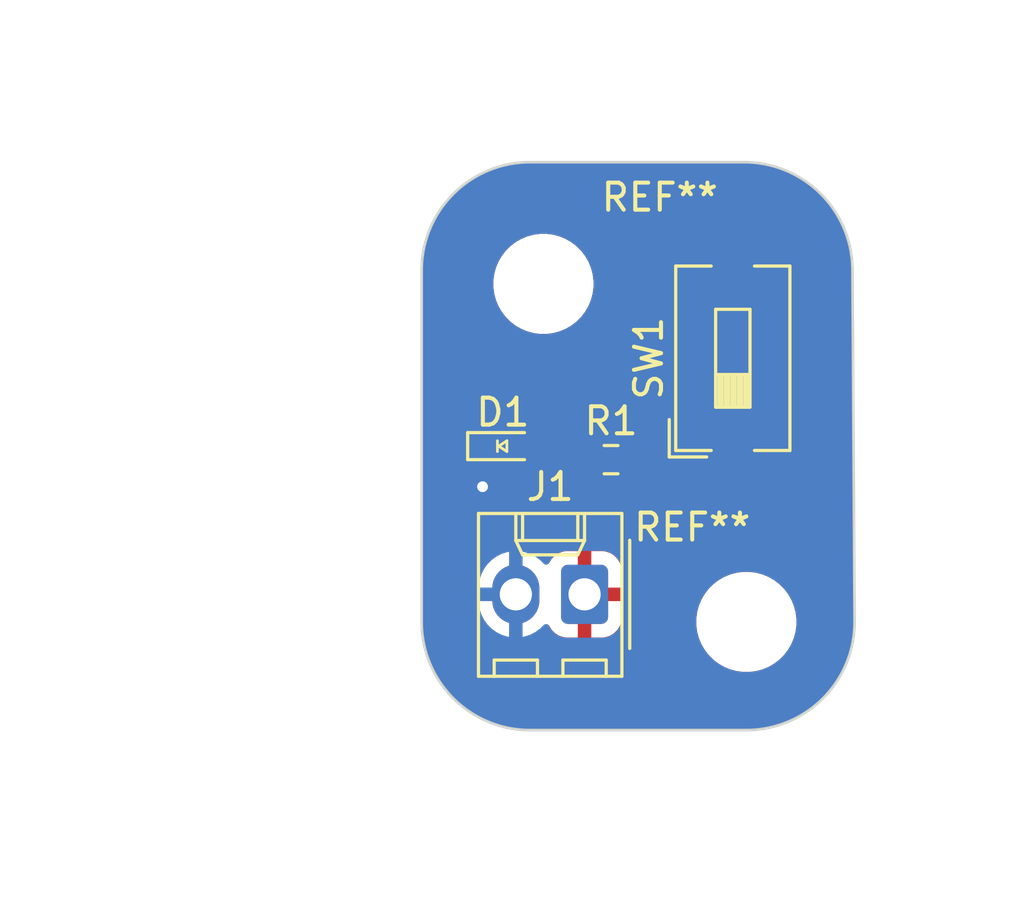
<source format=kicad_pcb>
(kicad_pcb (version 20240108) (generator "pcbnew") (generator_version "8.0")
  (title_block (title "prog1") (date "2024-09-29") (rev "0.0") (company "Illini Solar Car") (comment 1 "Designed By: Arthur"))
  (layers (0 "F.Cu" signal) (31 "B.Cu" signal) (34 "B.Paste" user) (35 "F.Paste" user) (36 "B.SilkS" user "B.Silkscreen") (37 "F.SilkS" user "F.Silkscreen") (38 "B.Mask" user) (39 "F.Mask" user) (44 "Edge.Cuts" user))
  (net 0 "")
  (net 1 "Net-(D1-A)")
  (net 2 "GND")
  (net 3 "+3V3")
  (net 4 "Net-(R1-Pad2)")
  (footprint "MountingHole:MountingHole_3.2mm_M3" (layer "F.Cu") (at 84.5 79.5)
    (property "Reference" "REF**" (at 4.3 -3.2 360) (layer "F.SilkS"))
    (property "Value" "MountingHole_3.2mm_M3")
    (pad "" np_thru_hole circle (at 0 0) (size 3.2 3.2) (drill 3.2) (layers "*.Cu" "*.Mask"))
  )
  (footprint "Connector_Molex:Molex_KK-254_AE-6410-02A_1x02_P2.54mm_Vertical" (layer "F.Cu") (at 86.02 90.98 180)
    (property "Reference" "J1" (at 1.27 3.98 360) (layer "F.SilkS"))
    (property "Value" "Conn_01x02")
    (fp_line (start 3.92 2.99) (end 3.92 -3.03) (stroke (width 0.12)) (layer "F.SilkS"))
    (fp_line (start 3.92 -3.03) (end -1.38 -3.03) (stroke (width 0.12)) (layer "F.SilkS"))
    (fp_line (start 3.34 -2.43) (end 3.34 -3.03) (stroke (width 0.12)) (layer "F.SilkS"))
    (fp_line (start 2.54 1.99) (end 2.54 2.99) (stroke (width 0.12)) (layer "F.SilkS"))
    (fp_line (start 2.29 2.99) (end 2.29 1.99) (stroke (width 0.12)) (layer "F.SilkS"))
    (fp_line (start 2.29 1.46) (end 2.54 1.99) (stroke (width 0.12)) (layer "F.SilkS"))
    (fp_line (start 1.74 -2.43) (end 3.34 -2.43) (stroke (width 0.12)) (layer "F.SilkS"))
    (fp_line (start 1.74 -3.03) (end 1.74 -2.43) (stroke (width 0.12)) (layer "F.SilkS"))
    (fp_line (start 0.8 -2.43) (end 0.8 -3.03) (stroke (width 0.12)) (layer "F.SilkS"))
    (fp_line (start 0.25 2.99) (end 0.25 1.99) (stroke (width 0.12)) (layer "F.SilkS"))
    (fp_line (start 0.25 1.46) (end 2.29 1.46) (stroke (width 0.12)) (layer "F.SilkS"))
    (fp_line (start 0 2.99) (end 0 1.99) (stroke (width 0.12)) (layer "F.SilkS"))
    (fp_line (start 0 1.99) (end 2.54 1.99) (stroke (width 0.12)) (layer "F.SilkS"))
    (fp_line (start 0 1.99) (end 0.25 1.46) (stroke (width 0.12)) (layer "F.SilkS"))
    (fp_line (start -0.8 -2.43) (end 0.8 -2.43) (stroke (width 0.12)) (layer "F.SilkS"))
    (fp_line (start -0.8 -3.03) (end -0.8 -2.43) (stroke (width 0.12)) (layer "F.SilkS"))
    (fp_line (start -1.38 2.99) (end 3.92 2.99) (stroke (width 0.12)) (layer "F.SilkS"))
    (fp_line (start -1.38 -3.03) (end -1.38 2.99) (stroke (width 0.12)) (layer "F.SilkS"))
    (fp_line (start -1.67 -2) (end -1.67 2) (stroke (width 0.12)) (layer "F.SilkS"))
    (pad "1" thru_hole roundrect (at 0 0 180) (size 1.74 2.19) (drill 1.19) (layers "*.Cu" "*.Mask") (roundrect_rratio 0.143678) (net 3 "+3V3"))
    (pad "2" thru_hole oval (at 2.54 0 180) (size 1.74 2.19) (drill 1.19) (layers "*.Cu" "*.Mask") (net 2 "GND"))
  )
  (footprint "Resistor_SMD:R_0603_1608Metric_Pad0.98x0.95mm_HandSolder" (layer "F.Cu") (at 87 86)
    (property "Reference" "R1" (at 0 -1.43 0) (layer "F.SilkS"))
    (property "Value" "105")
    (fp_line (start -0.254724 -0.5225) (end 0.254724 -0.5225) (stroke (width 0.12)) (layer "F.SilkS"))
    (fp_line (start -0.254724 0.5225) (end 0.254724 0.5225) (stroke (width 0.12)) (layer "F.SilkS"))
    (pad "1" smd roundrect (at -0.9125 0) (size 0.975 0.95) (layers "F.Cu" "F.Paste" "F.Mask") (net 1 "Net-(D1-A)"))
    (pad "2" smd roundrect (at 0.9125 0) (size 0.975 0.95) (layers "F.Cu" "F.Paste" "F.Mask") (net 4 "Net-(R1-Pad2)"))
  )
  (footprint "layout:LED_0603_Symbol_on_F.SilkS" (layer "F.Cu") (at 83 85.5)
    (property "Reference" "D1" (at 0 -1.25 360) (layer "F.SilkS"))
    (property "Value" "LED_RED")
    (fp_line (start -1.3 -0.5) (end -1.3 0.5) (stroke (width 0.12)) (layer "F.SilkS"))
    (fp_line (start -1.3 -0.5) (end 0.8 -0.5) (stroke (width 0.12)) (layer "F.SilkS"))
    (fp_line (start -1.3 0.5) (end 0.8 0.5) (stroke (width 0.12)) (layer "F.SilkS"))
    (fp_line (start -0.2 -0.2) (end -0.2 0.2) (stroke (width 0.1)) (layer "F.SilkS"))
    (fp_line (start -0.15 0) (end 0.15 -0.2) (stroke (width 0.1)) (layer "F.SilkS"))
    (fp_line (start 0.15 -0.2) (end 0.15 0.2) (stroke (width 0.1)) (layer "F.SilkS"))
    (fp_line (start 0.15 0.2) (end -0.15 0) (stroke (width 0.1)) (layer "F.SilkS"))
    (pad "1" smd rect (at -0.8 0 180) (size 0.8 0.8) (layers "F.Cu" "F.Paste" "F.Mask") (net 2 "GND"))
    (pad "2" smd rect (at 0.8 0 180) (size 0.8 0.8) (layers "F.Cu" "F.Paste" "F.Mask") (net 1 "Net-(D1-A)"))
  )
  (footprint "MountingHole:MountingHole_3.2mm_M3" (layer "F.Cu") (at 92 92)
    (property "Reference" "REF**" (at -2 -3.5 360) (layer "F.SilkS"))
    (property "Value" "MountingHole_3.2mm_M3")
    (pad "" np_thru_hole circle (at 0 0) (size 3.2 3.2) (drill 3.2) (layers "*.Cu" "*.Mask"))
  )
  (footprint "Button_Switch_SMD:SW_DIP_SPSTx01_Slide_6.7x4.1mm_W8.61mm_P2.54mm_LowProfile" (layer "F.Cu") (at 91.5 82.25 90)
    (property "Reference" "SW1" (at 0 -3.11 90) (layer "F.SilkS"))
    (property "Value" "SW_Push")
    (fp_line (start -3.65 -2.35) (end -2.267 -2.35) (stroke (width 0.12)) (layer "F.SilkS"))
    (fp_line (start -3.65 -2.35) (end -3.65 -0.967) (stroke (width 0.12)) (layer "F.SilkS"))
    (fp_line (start 3.41 -2.11) (end 3.41 -0.8) (stroke (width 0.12)) (layer "F.SilkS"))
    (fp_line (start -3.41 -2.11) (end 3.41 -2.11) (stroke (width 0.12)) (layer "F.SilkS"))
    (fp_line (start -3.41 -2.11) (end -3.41 -0.8) (stroke (width 0.12)) (layer "F.SilkS"))
    (fp_line (start 1.81 -0.635) (end -1.81 -0.635) (stroke (width 0.12)) (layer "F.SilkS"))
    (fp_line (start -0.603333 -0.635) (end -0.603333 0.635) (stroke (width 0.12)) (layer "F.SilkS"))
    (fp_line (start -1.81 -0.635) (end -1.81 0.635) (stroke (width 0.12)) (layer "F.SilkS"))
    (fp_line (start -1.81 -0.515) (end -0.603333 -0.515) (stroke (width 0.12)) (layer "F.SilkS"))
    (fp_line (start -1.81 -0.395) (end -0.603333 -0.395) (stroke (width 0.12)) (layer "F.SilkS"))
    (fp_line (start -1.81 -0.275) (end -0.603333 -0.275) (stroke (width 0.12)) (layer "F.SilkS"))
    (fp_line (start -1.81 -0.155) (end -0.603333 -0.155) (stroke (width 0.12)) (layer "F.SilkS"))
    (fp_line (start -1.81 -0.035) (end -0.603333 -0.035) (stroke (width 0.12)) (layer "F.SilkS"))
    (fp_line (start -1.81 0.085) (end -0.603333 0.085) (stroke (width 0.12)) (layer "F.SilkS"))
    (fp_line (start -1.81 0.205) (end -0.603333 0.205) (stroke (width 0.12)) (layer "F.SilkS"))
    (fp_line (start -1.81 0.325) (end -0.603333 0.325) (stroke (width 0.12)) (layer "F.SilkS"))
    (fp_line (start -1.81 0.445) (end -0.603333 0.445) (stroke (width 0.12)) (layer "F.SilkS"))
    (fp_line (start -1.81 0.565) (end -0.603333 0.565) (stroke (width 0.12)) (layer "F.SilkS"))
    (fp_line (start 1.81 0.635) (end 1.81 -0.635) (stroke (width 0.12)) (layer "F.SilkS"))
    (fp_line (start -1.81 0.635) (end 1.81 0.635) (stroke (width 0.12)) (layer "F.SilkS"))
    (fp_line (start 3.41 0.8) (end 3.41 2.11) (stroke (width 0.12)) (layer "F.SilkS"))
    (fp_line (start -3.41 0.8) (end -3.41 2.11) (stroke (width 0.12)) (layer "F.SilkS"))
    (fp_line (start -3.41 2.11) (end 3.41 2.11) (stroke (width 0.12)) (layer "F.SilkS"))
    (pad "1" smd rect (at -4.305 0 90) (size 2.44 1.12) (layers "F.Cu" "F.Paste" "F.Mask") (net 3 "+3V3"))
    (pad "2" smd rect (at 4.305 0 90) (size 2.44 1.12) (layers "F.Cu" "F.Paste" "F.Mask") (net 4 "Net-(R1-Pad2)"))
  )
  (gr_line (start 95.921573 79) (end 96 92) (stroke (width 0.1)) (layer "Edge.Cuts"))
  (gr_arc (start 80 79) (mid 81.171573 76.171573) (end 84 75) (stroke (width 0.1)) (layer "Edge.Cuts"))
  (gr_line (start 92 96) (end 84 96) (stroke (width 0.1)) (layer "Edge.Cuts"))
  (gr_arc (start 91.921573 75) (mid 94.75 76.171573) (end 95.921573 79) (stroke (width 0.1)) (layer "Edge.Cuts"))
  (gr_arc (start 96 92) (mid 94.828427 94.828427) (end 92 96) (stroke (width 0.1)) (layer "Edge.Cuts"))
  (gr_arc (start 84 96) (mid 81.171573 94.828427) (end 80 92) (stroke (width 0.1)) (layer "Edge.Cuts"))
  (gr_line (start 91.921573 75) (end 84 75) (stroke (width 0.1)) (layer "Edge.Cuts"))
  (gr_line (start 80 92) (end 80 79) (stroke (width 0.1)) (layer "Edge.Cuts"))
  (segment (start 86.5925 86) (end 85.5 86) (width 0.25) (layer "F.Cu") (net 1))
  (segment (start 85 85.5) (end 83.8 85.5) (width 0.25) (layer "F.Cu") (net 1))
  (segment (start 85.5 86) (end 85 85.5) (width 0.25) (layer "F.Cu") (net 1))
  (segment (start 82.25 87) (end 82.25 85.55) (width 0.25) (layer "F.Cu") (net 2))
  (segment (start 82.25 85.55) (end 82.2 85.5) (width 0.25) (layer "F.Cu") (net 2))
  (via (at 82.25 87) (size 0.8) (drill 0.4) (layers "F.Cu" "B.Cu") (net 2))
  (segment (start 88.25 84.5) (end 88.25 85.1575) (width 0.25) (layer "F.Cu") (net 4))
  (segment (start 89.805 77.945) (end 88.5 79.25) (width 0.25) (layer "F.Cu") (net 4))
  (segment (start 92 77.64) (end 91.64 78) (width 0.25) (layer "F.Cu") (net 4))
  (segment (start 88.25 85.1575) (end 87.4075 86) (width 0.25) (layer "F.Cu") (net 4))
  (segment (start 88.5 79.25) (end 88.5 84.25) (width 0.25) (layer "F.Cu") (net 4))
  (segment (start 88.5 84.25) (end 88.25 84.5) (width 0.25) (layer "F.Cu") (net 4))
  (segment (start 91.5 77.945) (end 89.805 77.945) (width 0.25) (layer "F.Cu") (net 4))
  (zone (net 3) (net_name "+3V3") (layer "F.Cu") (connect_pads (clearance 0.508)) (min_thickness 0.25) (fill yes (thermal_gap 0.5) (thermal_bridge_width 0.5))
    (polygon (pts (xy 80 75) (xy 96 75) (xy 96 96) (xy 80 96)))
  )
  (zone (net 2) (net_name "GND") (layer "B.Cu") (priority 1) (connect_pads (clearance 0.508)) (min_thickness 0.25) (fill yes (thermal_gap 0.5) (thermal_bridge_width 0.5))
    (polygon (pts (xy 80 75) (xy 96 75) (xy 96 96) (xy 80 96)))
  )
)
</source>
